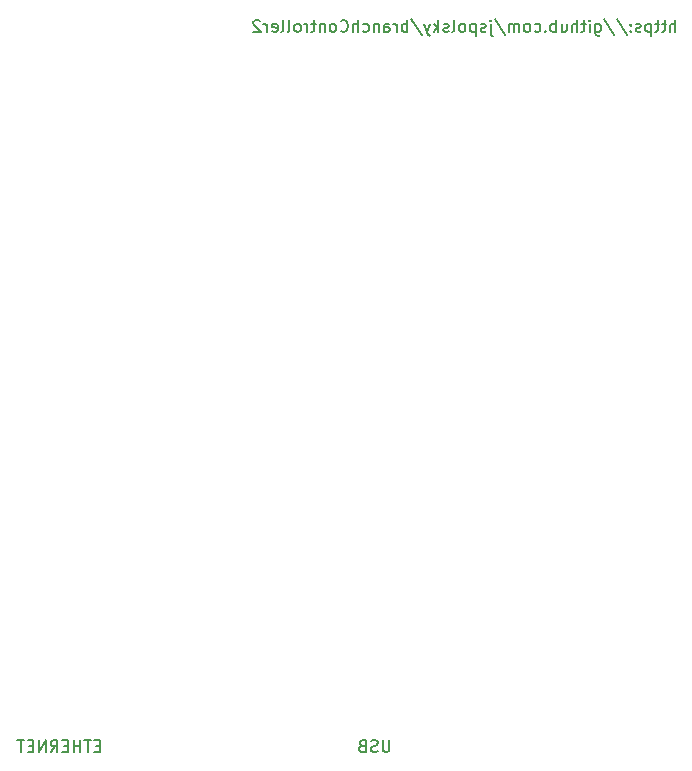
<source format=gbr>
G04 #@! TF.GenerationSoftware,KiCad,Pcbnew,(5.1.5-0-10_14)*
G04 #@! TF.CreationDate,2020-01-09T16:24:32-05:00*
G04 #@! TF.ProjectId,branchControllerPCB,6272616e-6368-4436-9f6e-74726f6c6c65,rev?*
G04 #@! TF.SameCoordinates,Original*
G04 #@! TF.FileFunction,Legend,Bot*
G04 #@! TF.FilePolarity,Positive*
%FSLAX46Y46*%
G04 Gerber Fmt 4.6, Leading zero omitted, Abs format (unit mm)*
G04 Created by KiCad (PCBNEW (5.1.5-0-10_14)) date 2020-01-09 16:24:32*
%MOMM*%
%LPD*%
G04 APERTURE LIST*
%ADD10C,0.150000*%
G04 APERTURE END LIST*
D10*
X189221904Y-136612380D02*
X189221904Y-137421904D01*
X189174285Y-137517142D01*
X189126666Y-137564761D01*
X189031428Y-137612380D01*
X188840952Y-137612380D01*
X188745714Y-137564761D01*
X188698095Y-137517142D01*
X188650476Y-137421904D01*
X188650476Y-136612380D01*
X188221904Y-137564761D02*
X188079047Y-137612380D01*
X187840952Y-137612380D01*
X187745714Y-137564761D01*
X187698095Y-137517142D01*
X187650476Y-137421904D01*
X187650476Y-137326666D01*
X187698095Y-137231428D01*
X187745714Y-137183809D01*
X187840952Y-137136190D01*
X188031428Y-137088571D01*
X188126666Y-137040952D01*
X188174285Y-136993333D01*
X188221904Y-136898095D01*
X188221904Y-136802857D01*
X188174285Y-136707619D01*
X188126666Y-136660000D01*
X188031428Y-136612380D01*
X187793333Y-136612380D01*
X187650476Y-136660000D01*
X186888571Y-137088571D02*
X186745714Y-137136190D01*
X186698095Y-137183809D01*
X186650476Y-137279047D01*
X186650476Y-137421904D01*
X186698095Y-137517142D01*
X186745714Y-137564761D01*
X186840952Y-137612380D01*
X187221904Y-137612380D01*
X187221904Y-136612380D01*
X186888571Y-136612380D01*
X186793333Y-136660000D01*
X186745714Y-136707619D01*
X186698095Y-136802857D01*
X186698095Y-136898095D01*
X186745714Y-136993333D01*
X186793333Y-137040952D01*
X186888571Y-137088571D01*
X187221904Y-137088571D01*
X164718571Y-137088571D02*
X164385238Y-137088571D01*
X164242380Y-137612380D02*
X164718571Y-137612380D01*
X164718571Y-136612380D01*
X164242380Y-136612380D01*
X163956666Y-136612380D02*
X163385238Y-136612380D01*
X163670952Y-137612380D02*
X163670952Y-136612380D01*
X163051904Y-137612380D02*
X163051904Y-136612380D01*
X163051904Y-137088571D02*
X162480476Y-137088571D01*
X162480476Y-137612380D02*
X162480476Y-136612380D01*
X162004285Y-137088571D02*
X161670952Y-137088571D01*
X161528095Y-137612380D02*
X162004285Y-137612380D01*
X162004285Y-136612380D01*
X161528095Y-136612380D01*
X160528095Y-137612380D02*
X160861428Y-137136190D01*
X161099523Y-137612380D02*
X161099523Y-136612380D01*
X160718571Y-136612380D01*
X160623333Y-136660000D01*
X160575714Y-136707619D01*
X160528095Y-136802857D01*
X160528095Y-136945714D01*
X160575714Y-137040952D01*
X160623333Y-137088571D01*
X160718571Y-137136190D01*
X161099523Y-137136190D01*
X160099523Y-137612380D02*
X160099523Y-136612380D01*
X159528095Y-137612380D01*
X159528095Y-136612380D01*
X159051904Y-137088571D02*
X158718571Y-137088571D01*
X158575714Y-137612380D02*
X159051904Y-137612380D01*
X159051904Y-136612380D01*
X158575714Y-136612380D01*
X158290000Y-136612380D02*
X157718571Y-136612380D01*
X158004285Y-137612380D02*
X158004285Y-136612380D01*
X213413333Y-76652380D02*
X213413333Y-75652380D01*
X212984761Y-76652380D02*
X212984761Y-76128571D01*
X213032380Y-76033333D01*
X213127619Y-75985714D01*
X213270476Y-75985714D01*
X213365714Y-76033333D01*
X213413333Y-76080952D01*
X212651428Y-75985714D02*
X212270476Y-75985714D01*
X212508571Y-75652380D02*
X212508571Y-76509523D01*
X212460952Y-76604761D01*
X212365714Y-76652380D01*
X212270476Y-76652380D01*
X212080000Y-75985714D02*
X211699047Y-75985714D01*
X211937142Y-75652380D02*
X211937142Y-76509523D01*
X211889523Y-76604761D01*
X211794285Y-76652380D01*
X211699047Y-76652380D01*
X211365714Y-75985714D02*
X211365714Y-76985714D01*
X211365714Y-76033333D02*
X211270476Y-75985714D01*
X211080000Y-75985714D01*
X210984761Y-76033333D01*
X210937142Y-76080952D01*
X210889523Y-76176190D01*
X210889523Y-76461904D01*
X210937142Y-76557142D01*
X210984761Y-76604761D01*
X211080000Y-76652380D01*
X211270476Y-76652380D01*
X211365714Y-76604761D01*
X210508571Y-76604761D02*
X210413333Y-76652380D01*
X210222857Y-76652380D01*
X210127619Y-76604761D01*
X210080000Y-76509523D01*
X210080000Y-76461904D01*
X210127619Y-76366666D01*
X210222857Y-76319047D01*
X210365714Y-76319047D01*
X210460952Y-76271428D01*
X210508571Y-76176190D01*
X210508571Y-76128571D01*
X210460952Y-76033333D01*
X210365714Y-75985714D01*
X210222857Y-75985714D01*
X210127619Y-76033333D01*
X209651428Y-76557142D02*
X209603809Y-76604761D01*
X209651428Y-76652380D01*
X209699047Y-76604761D01*
X209651428Y-76557142D01*
X209651428Y-76652380D01*
X209651428Y-76033333D02*
X209603809Y-76080952D01*
X209651428Y-76128571D01*
X209699047Y-76080952D01*
X209651428Y-76033333D01*
X209651428Y-76128571D01*
X208460952Y-75604761D02*
X209318095Y-76890476D01*
X207413333Y-75604761D02*
X208270476Y-76890476D01*
X206651428Y-75985714D02*
X206651428Y-76795238D01*
X206699047Y-76890476D01*
X206746666Y-76938095D01*
X206841904Y-76985714D01*
X206984761Y-76985714D01*
X207080000Y-76938095D01*
X206651428Y-76604761D02*
X206746666Y-76652380D01*
X206937142Y-76652380D01*
X207032380Y-76604761D01*
X207080000Y-76557142D01*
X207127619Y-76461904D01*
X207127619Y-76176190D01*
X207080000Y-76080952D01*
X207032380Y-76033333D01*
X206937142Y-75985714D01*
X206746666Y-75985714D01*
X206651428Y-76033333D01*
X206175238Y-76652380D02*
X206175238Y-75985714D01*
X206175238Y-75652380D02*
X206222857Y-75700000D01*
X206175238Y-75747619D01*
X206127619Y-75700000D01*
X206175238Y-75652380D01*
X206175238Y-75747619D01*
X205841904Y-75985714D02*
X205460952Y-75985714D01*
X205699047Y-75652380D02*
X205699047Y-76509523D01*
X205651428Y-76604761D01*
X205556190Y-76652380D01*
X205460952Y-76652380D01*
X205127619Y-76652380D02*
X205127619Y-75652380D01*
X204699047Y-76652380D02*
X204699047Y-76128571D01*
X204746666Y-76033333D01*
X204841904Y-75985714D01*
X204984761Y-75985714D01*
X205080000Y-76033333D01*
X205127619Y-76080952D01*
X203794285Y-75985714D02*
X203794285Y-76652380D01*
X204222857Y-75985714D02*
X204222857Y-76509523D01*
X204175238Y-76604761D01*
X204080000Y-76652380D01*
X203937142Y-76652380D01*
X203841904Y-76604761D01*
X203794285Y-76557142D01*
X203318095Y-76652380D02*
X203318095Y-75652380D01*
X203318095Y-76033333D02*
X203222857Y-75985714D01*
X203032380Y-75985714D01*
X202937142Y-76033333D01*
X202889523Y-76080952D01*
X202841904Y-76176190D01*
X202841904Y-76461904D01*
X202889523Y-76557142D01*
X202937142Y-76604761D01*
X203032380Y-76652380D01*
X203222857Y-76652380D01*
X203318095Y-76604761D01*
X202413333Y-76557142D02*
X202365714Y-76604761D01*
X202413333Y-76652380D01*
X202460952Y-76604761D01*
X202413333Y-76557142D01*
X202413333Y-76652380D01*
X201508571Y-76604761D02*
X201603809Y-76652380D01*
X201794285Y-76652380D01*
X201889523Y-76604761D01*
X201937142Y-76557142D01*
X201984761Y-76461904D01*
X201984761Y-76176190D01*
X201937142Y-76080952D01*
X201889523Y-76033333D01*
X201794285Y-75985714D01*
X201603809Y-75985714D01*
X201508571Y-76033333D01*
X200937142Y-76652380D02*
X201032380Y-76604761D01*
X201080000Y-76557142D01*
X201127619Y-76461904D01*
X201127619Y-76176190D01*
X201080000Y-76080952D01*
X201032380Y-76033333D01*
X200937142Y-75985714D01*
X200794285Y-75985714D01*
X200699047Y-76033333D01*
X200651428Y-76080952D01*
X200603809Y-76176190D01*
X200603809Y-76461904D01*
X200651428Y-76557142D01*
X200699047Y-76604761D01*
X200794285Y-76652380D01*
X200937142Y-76652380D01*
X200175238Y-76652380D02*
X200175238Y-75985714D01*
X200175238Y-76080952D02*
X200127619Y-76033333D01*
X200032380Y-75985714D01*
X199889523Y-75985714D01*
X199794285Y-76033333D01*
X199746666Y-76128571D01*
X199746666Y-76652380D01*
X199746666Y-76128571D02*
X199699047Y-76033333D01*
X199603809Y-75985714D01*
X199460952Y-75985714D01*
X199365714Y-76033333D01*
X199318095Y-76128571D01*
X199318095Y-76652380D01*
X198127619Y-75604761D02*
X198984761Y-76890476D01*
X197794285Y-75985714D02*
X197794285Y-76842857D01*
X197841904Y-76938095D01*
X197937142Y-76985714D01*
X197984761Y-76985714D01*
X197794285Y-75652380D02*
X197841904Y-75700000D01*
X197794285Y-75747619D01*
X197746666Y-75700000D01*
X197794285Y-75652380D01*
X197794285Y-75747619D01*
X197365714Y-76604761D02*
X197270476Y-76652380D01*
X197080000Y-76652380D01*
X196984761Y-76604761D01*
X196937142Y-76509523D01*
X196937142Y-76461904D01*
X196984761Y-76366666D01*
X197080000Y-76319047D01*
X197222857Y-76319047D01*
X197318095Y-76271428D01*
X197365714Y-76176190D01*
X197365714Y-76128571D01*
X197318095Y-76033333D01*
X197222857Y-75985714D01*
X197080000Y-75985714D01*
X196984761Y-76033333D01*
X196508571Y-75985714D02*
X196508571Y-76985714D01*
X196508571Y-76033333D02*
X196413333Y-75985714D01*
X196222857Y-75985714D01*
X196127619Y-76033333D01*
X196080000Y-76080952D01*
X196032380Y-76176190D01*
X196032380Y-76461904D01*
X196080000Y-76557142D01*
X196127619Y-76604761D01*
X196222857Y-76652380D01*
X196413333Y-76652380D01*
X196508571Y-76604761D01*
X195460952Y-76652380D02*
X195556190Y-76604761D01*
X195603809Y-76557142D01*
X195651428Y-76461904D01*
X195651428Y-76176190D01*
X195603809Y-76080952D01*
X195556190Y-76033333D01*
X195460952Y-75985714D01*
X195318095Y-75985714D01*
X195222857Y-76033333D01*
X195175238Y-76080952D01*
X195127619Y-76176190D01*
X195127619Y-76461904D01*
X195175238Y-76557142D01*
X195222857Y-76604761D01*
X195318095Y-76652380D01*
X195460952Y-76652380D01*
X194556190Y-76652380D02*
X194651428Y-76604761D01*
X194699047Y-76509523D01*
X194699047Y-75652380D01*
X194222857Y-76604761D02*
X194127619Y-76652380D01*
X193937142Y-76652380D01*
X193841904Y-76604761D01*
X193794285Y-76509523D01*
X193794285Y-76461904D01*
X193841904Y-76366666D01*
X193937142Y-76319047D01*
X194080000Y-76319047D01*
X194175238Y-76271428D01*
X194222857Y-76176190D01*
X194222857Y-76128571D01*
X194175238Y-76033333D01*
X194080000Y-75985714D01*
X193937142Y-75985714D01*
X193841904Y-76033333D01*
X193365714Y-76652380D02*
X193365714Y-75652380D01*
X193270476Y-76271428D02*
X192984761Y-76652380D01*
X192984761Y-75985714D02*
X193365714Y-76366666D01*
X192651428Y-75985714D02*
X192413333Y-76652380D01*
X192175238Y-75985714D02*
X192413333Y-76652380D01*
X192508571Y-76890476D01*
X192556190Y-76938095D01*
X192651428Y-76985714D01*
X191080000Y-75604761D02*
X191937142Y-76890476D01*
X190746666Y-76652380D02*
X190746666Y-75652380D01*
X190746666Y-76033333D02*
X190651428Y-75985714D01*
X190460952Y-75985714D01*
X190365714Y-76033333D01*
X190318095Y-76080952D01*
X190270476Y-76176190D01*
X190270476Y-76461904D01*
X190318095Y-76557142D01*
X190365714Y-76604761D01*
X190460952Y-76652380D01*
X190651428Y-76652380D01*
X190746666Y-76604761D01*
X189841904Y-76652380D02*
X189841904Y-75985714D01*
X189841904Y-76176190D02*
X189794285Y-76080952D01*
X189746666Y-76033333D01*
X189651428Y-75985714D01*
X189556190Y-75985714D01*
X188794285Y-76652380D02*
X188794285Y-76128571D01*
X188841904Y-76033333D01*
X188937142Y-75985714D01*
X189127619Y-75985714D01*
X189222857Y-76033333D01*
X188794285Y-76604761D02*
X188889523Y-76652380D01*
X189127619Y-76652380D01*
X189222857Y-76604761D01*
X189270476Y-76509523D01*
X189270476Y-76414285D01*
X189222857Y-76319047D01*
X189127619Y-76271428D01*
X188889523Y-76271428D01*
X188794285Y-76223809D01*
X188318095Y-75985714D02*
X188318095Y-76652380D01*
X188318095Y-76080952D02*
X188270476Y-76033333D01*
X188175238Y-75985714D01*
X188032380Y-75985714D01*
X187937142Y-76033333D01*
X187889523Y-76128571D01*
X187889523Y-76652380D01*
X186984761Y-76604761D02*
X187080000Y-76652380D01*
X187270476Y-76652380D01*
X187365714Y-76604761D01*
X187413333Y-76557142D01*
X187460952Y-76461904D01*
X187460952Y-76176190D01*
X187413333Y-76080952D01*
X187365714Y-76033333D01*
X187270476Y-75985714D01*
X187080000Y-75985714D01*
X186984761Y-76033333D01*
X186556190Y-76652380D02*
X186556190Y-75652380D01*
X186127619Y-76652380D02*
X186127619Y-76128571D01*
X186175238Y-76033333D01*
X186270476Y-75985714D01*
X186413333Y-75985714D01*
X186508571Y-76033333D01*
X186556190Y-76080952D01*
X185080000Y-76557142D02*
X185127619Y-76604761D01*
X185270476Y-76652380D01*
X185365714Y-76652380D01*
X185508571Y-76604761D01*
X185603809Y-76509523D01*
X185651428Y-76414285D01*
X185699047Y-76223809D01*
X185699047Y-76080952D01*
X185651428Y-75890476D01*
X185603809Y-75795238D01*
X185508571Y-75700000D01*
X185365714Y-75652380D01*
X185270476Y-75652380D01*
X185127619Y-75700000D01*
X185080000Y-75747619D01*
X184508571Y-76652380D02*
X184603809Y-76604761D01*
X184651428Y-76557142D01*
X184699047Y-76461904D01*
X184699047Y-76176190D01*
X184651428Y-76080952D01*
X184603809Y-76033333D01*
X184508571Y-75985714D01*
X184365714Y-75985714D01*
X184270476Y-76033333D01*
X184222857Y-76080952D01*
X184175238Y-76176190D01*
X184175238Y-76461904D01*
X184222857Y-76557142D01*
X184270476Y-76604761D01*
X184365714Y-76652380D01*
X184508571Y-76652380D01*
X183746666Y-75985714D02*
X183746666Y-76652380D01*
X183746666Y-76080952D02*
X183699047Y-76033333D01*
X183603809Y-75985714D01*
X183460952Y-75985714D01*
X183365714Y-76033333D01*
X183318095Y-76128571D01*
X183318095Y-76652380D01*
X182984761Y-75985714D02*
X182603809Y-75985714D01*
X182841904Y-75652380D02*
X182841904Y-76509523D01*
X182794285Y-76604761D01*
X182699047Y-76652380D01*
X182603809Y-76652380D01*
X182270476Y-76652380D02*
X182270476Y-75985714D01*
X182270476Y-76176190D02*
X182222857Y-76080952D01*
X182175238Y-76033333D01*
X182080000Y-75985714D01*
X181984761Y-75985714D01*
X181508571Y-76652380D02*
X181603809Y-76604761D01*
X181651428Y-76557142D01*
X181699047Y-76461904D01*
X181699047Y-76176190D01*
X181651428Y-76080952D01*
X181603809Y-76033333D01*
X181508571Y-75985714D01*
X181365714Y-75985714D01*
X181270476Y-76033333D01*
X181222857Y-76080952D01*
X181175238Y-76176190D01*
X181175238Y-76461904D01*
X181222857Y-76557142D01*
X181270476Y-76604761D01*
X181365714Y-76652380D01*
X181508571Y-76652380D01*
X180603809Y-76652380D02*
X180699047Y-76604761D01*
X180746666Y-76509523D01*
X180746666Y-75652380D01*
X180080000Y-76652380D02*
X180175238Y-76604761D01*
X180222857Y-76509523D01*
X180222857Y-75652380D01*
X179318095Y-76604761D02*
X179413333Y-76652380D01*
X179603809Y-76652380D01*
X179699047Y-76604761D01*
X179746666Y-76509523D01*
X179746666Y-76128571D01*
X179699047Y-76033333D01*
X179603809Y-75985714D01*
X179413333Y-75985714D01*
X179318095Y-76033333D01*
X179270476Y-76128571D01*
X179270476Y-76223809D01*
X179746666Y-76319047D01*
X178841904Y-76652380D02*
X178841904Y-75985714D01*
X178841904Y-76176190D02*
X178794285Y-76080952D01*
X178746666Y-76033333D01*
X178651428Y-75985714D01*
X178556190Y-75985714D01*
X178270476Y-75747619D02*
X178222857Y-75700000D01*
X178127619Y-75652380D01*
X177889523Y-75652380D01*
X177794285Y-75700000D01*
X177746666Y-75747619D01*
X177699047Y-75842857D01*
X177699047Y-75938095D01*
X177746666Y-76080952D01*
X178318095Y-76652380D01*
X177699047Y-76652380D01*
M02*

</source>
